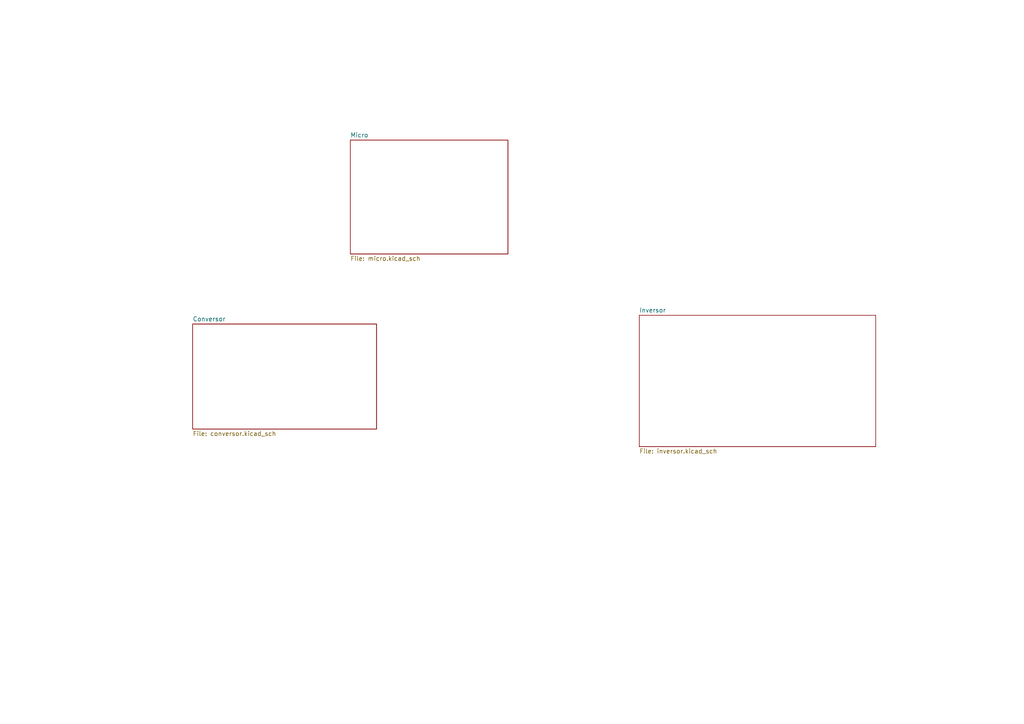
<source format=kicad_sch>
(kicad_sch
	(version 20250114)
	(generator "eeschema")
	(generator_version "9.0")
	(uuid "e60c11d9-ab9e-4760-a4a7-008fcec65a72")
	(paper "A4")
	(lib_symbols)
	(sheet
		(at 101.6 40.64)
		(size 45.72 33.02)
		(exclude_from_sim no)
		(in_bom yes)
		(on_board yes)
		(dnp no)
		(fields_autoplaced yes)
		(stroke
			(width 0.1524)
			(type solid)
		)
		(fill
			(color 0 0 0 0.0000)
		)
		(uuid "110275dc-ed3b-4248-b6a0-86f6159a1d7c")
		(property "Sheetname" "Micro"
			(at 101.6 39.9284 0)
			(effects
				(font
					(size 1.27 1.27)
				)
				(justify left bottom)
			)
		)
		(property "Sheetfile" "micro.kicad_sch"
			(at 101.6 74.2446 0)
			(effects
				(font
					(size 1.27 1.27)
				)
				(justify left top)
			)
		)
		(instances
			(project "VFD_V1"
				(path "/e60c11d9-ab9e-4760-a4a7-008fcec65a72"
					(page "4")
				)
			)
		)
	)
	(sheet
		(at 185.42 91.44)
		(size 68.58 38.1)
		(exclude_from_sim no)
		(in_bom yes)
		(on_board yes)
		(dnp no)
		(fields_autoplaced yes)
		(stroke
			(width 0.1524)
			(type solid)
		)
		(fill
			(color 0 0 0 0.0000)
		)
		(uuid "628f2f61-6f1b-4d29-a612-5c194d35f65c")
		(property "Sheetname" "Inversor"
			(at 185.42 90.7284 0)
			(effects
				(font
					(size 1.27 1.27)
				)
				(justify left bottom)
			)
		)
		(property "Sheetfile" "inversor.kicad_sch"
			(at 185.42 130.1246 0)
			(effects
				(font
					(size 1.27 1.27)
				)
				(justify left top)
			)
		)
		(instances
			(project "VFD_V1"
				(path "/e60c11d9-ab9e-4760-a4a7-008fcec65a72"
					(page "2")
				)
			)
		)
	)
	(sheet
		(at 55.88 93.98)
		(size 53.34 30.48)
		(exclude_from_sim no)
		(in_bom yes)
		(on_board yes)
		(dnp no)
		(fields_autoplaced yes)
		(stroke
			(width 0.1524)
			(type solid)
		)
		(fill
			(color 0 0 0 0.0000)
		)
		(uuid "c6551446-5e26-4d9a-a5bc-1c867d865e21")
		(property "Sheetname" "Conversor"
			(at 55.88 93.2684 0)
			(effects
				(font
					(size 1.27 1.27)
				)
				(justify left bottom)
			)
		)
		(property "Sheetfile" "conversor.kicad_sch"
			(at 55.88 125.0446 0)
			(effects
				(font
					(size 1.27 1.27)
				)
				(justify left top)
			)
		)
		(instances
			(project "VFD_V1"
				(path "/e60c11d9-ab9e-4760-a4a7-008fcec65a72"
					(page "3")
				)
			)
		)
	)
	(sheet_instances
		(path "/"
			(page "1")
		)
	)
	(embedded_fonts no)
)

</source>
